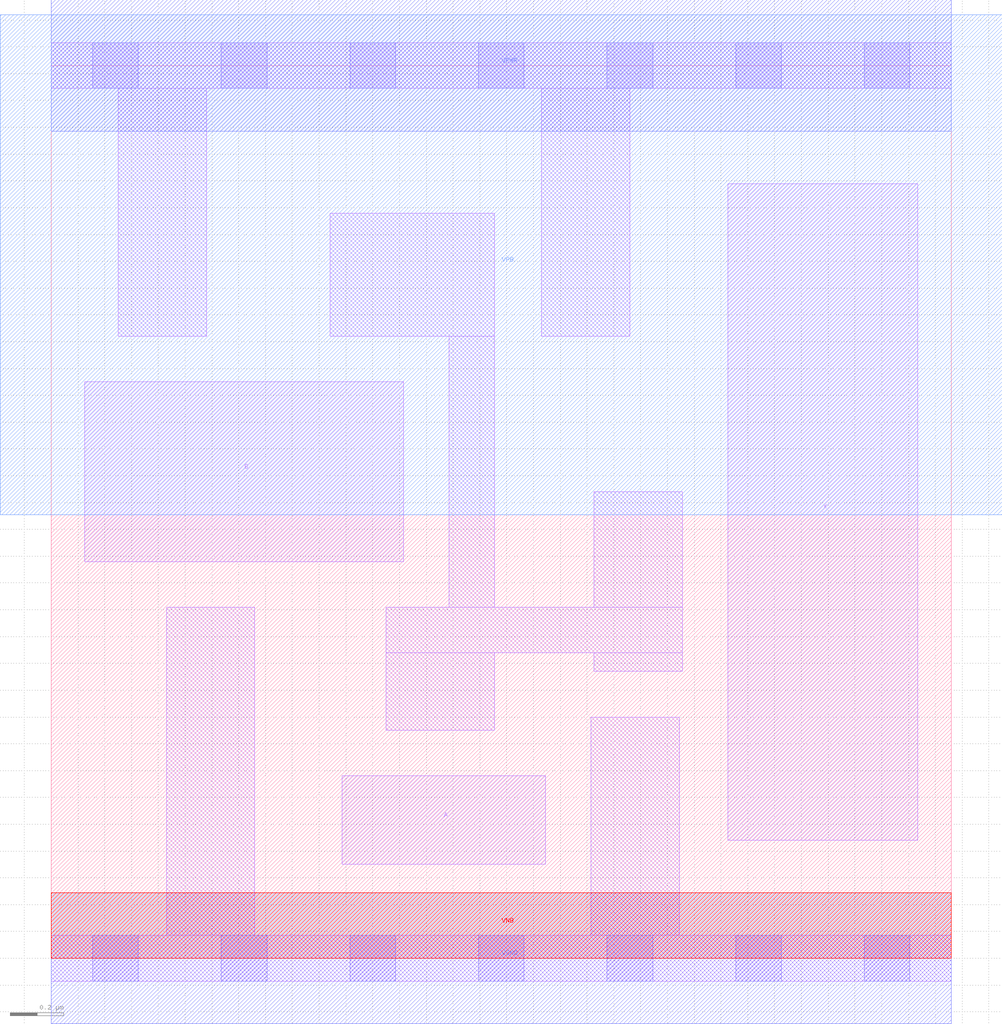
<source format=lef>
# Copyright 2020 The SkyWater PDK Authors
#
# Licensed under the Apache License, Version 2.0 (the "License");
# you may not use this file except in compliance with the License.
# You may obtain a copy of the License at
#
#     https://www.apache.org/licenses/LICENSE-2.0
#
# Unless required by applicable law or agreed to in writing, software
# distributed under the License is distributed on an "AS IS" BASIS,
# WITHOUT WARRANTIES OR CONDITIONS OF ANY KIND, either express or implied.
# See the License for the specific language governing permissions and
# limitations under the License.
#
# SPDX-License-Identifier: Apache-2.0

VERSION 5.7 ;
  NOWIREEXTENSIONATPIN ON ;
  DIVIDERCHAR "/" ;
  BUSBITCHARS "[]" ;
MACRO sky130_fd_sc_lp__and2_lp
  CLASS CORE ;
  FOREIGN sky130_fd_sc_lp__and2_lp ;
  ORIGIN  0.000000  0.000000 ;
  SIZE  3.360000 BY  3.330000 ;
  SYMMETRY X Y R90 ;
  SITE unit ;
  PIN A
    ANTENNAGATEAREA  0.189000 ;
    DIRECTION INPUT ;
    USE SIGNAL ;
    PORT
      LAYER li1 ;
        RECT 1.085000 0.350000 1.845000 0.680000 ;
    END
  END A
  PIN B
    ANTENNAGATEAREA  0.189000 ;
    DIRECTION INPUT ;
    USE SIGNAL ;
    PORT
      LAYER li1 ;
        RECT 0.125000 1.480000 1.315000 2.150000 ;
    END
  END B
  PIN X
    ANTENNADIFFAREA  0.239400 ;
    DIRECTION OUTPUT ;
    USE SIGNAL ;
    PORT
      LAYER li1 ;
        RECT 2.525000 0.440000 3.235000 2.890000 ;
    END
  END X
  PIN VGND
    DIRECTION INOUT ;
    USE GROUND ;
    PORT
      LAYER met1 ;
        RECT 0.000000 -0.245000 3.360000 0.245000 ;
    END
  END VGND
  PIN VNB
    DIRECTION INOUT ;
    USE GROUND ;
    PORT
      LAYER pwell ;
        RECT 0.000000 0.000000 3.360000 0.245000 ;
    END
  END VNB
  PIN VPB
    DIRECTION INOUT ;
    USE POWER ;
    PORT
      LAYER nwell ;
        RECT -0.190000 1.655000 3.550000 3.520000 ;
    END
  END VPB
  PIN VPWR
    DIRECTION INOUT ;
    USE POWER ;
    PORT
      LAYER met1 ;
        RECT 0.000000 3.085000 3.360000 3.575000 ;
    END
  END VPWR
  OBS
    LAYER li1 ;
      RECT 0.000000 -0.085000 3.360000 0.085000 ;
      RECT 0.000000  3.245000 3.360000 3.415000 ;
      RECT 0.250000  2.320000 0.580000 3.245000 ;
      RECT 0.430000  0.085000 0.760000 1.310000 ;
      RECT 1.040000  2.320000 1.655000 2.780000 ;
      RECT 1.250000  0.850000 1.655000 1.140000 ;
      RECT 1.250000  1.140000 2.355000 1.310000 ;
      RECT 1.485000  1.310000 1.655000 2.320000 ;
      RECT 1.830000  2.320000 2.160000 3.245000 ;
      RECT 2.015000  0.085000 2.345000 0.900000 ;
      RECT 2.025000  1.070000 2.355000 1.140000 ;
      RECT 2.025000  1.310000 2.355000 1.740000 ;
    LAYER mcon ;
      RECT 0.155000 -0.085000 0.325000 0.085000 ;
      RECT 0.155000  3.245000 0.325000 3.415000 ;
      RECT 0.635000 -0.085000 0.805000 0.085000 ;
      RECT 0.635000  3.245000 0.805000 3.415000 ;
      RECT 1.115000 -0.085000 1.285000 0.085000 ;
      RECT 1.115000  3.245000 1.285000 3.415000 ;
      RECT 1.595000 -0.085000 1.765000 0.085000 ;
      RECT 1.595000  3.245000 1.765000 3.415000 ;
      RECT 2.075000 -0.085000 2.245000 0.085000 ;
      RECT 2.075000  3.245000 2.245000 3.415000 ;
      RECT 2.555000 -0.085000 2.725000 0.085000 ;
      RECT 2.555000  3.245000 2.725000 3.415000 ;
      RECT 3.035000 -0.085000 3.205000 0.085000 ;
      RECT 3.035000  3.245000 3.205000 3.415000 ;
  END
END sky130_fd_sc_lp__and2_lp
END LIBRARY

</source>
